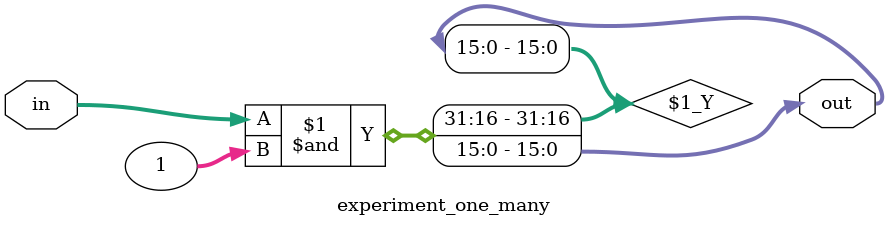
<source format=sv>
`timescale 1ns / 1ps


module experiment_one_many(
    input [15:0] in,
    output [15:0] out
    );
    assign out = in & 'b1;
    
endmodule

</source>
